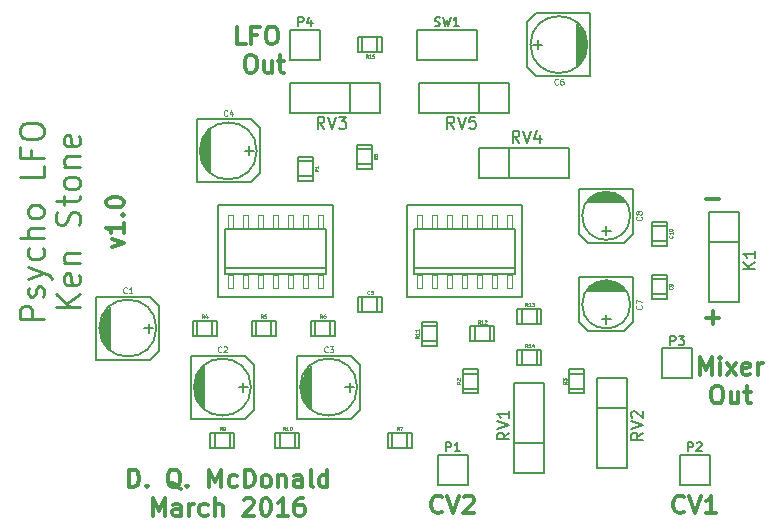
<source format=gto>
%FSLAX34Y34*%
G04 Gerber Fmt 3.4, Leading zero omitted, Abs format*
G04 (created by PCBNEW (2014-02-26 BZR 4721)-product) date Monday, 21 March 2016 14:49:11*
%MOIN*%
G01*
G70*
G90*
G04 APERTURE LIST*
%ADD10C,0.005906*%
%ADD11C,0.011811*%
%ADD12C,0.009843*%
%ADD13C,0.005000*%
%ADD14C,0.006000*%
%ADD15C,0.002600*%
%ADD16C,0.007800*%
%ADD17C,0.008000*%
%ADD18C,0.004700*%
%ADD19C,0.002400*%
G04 APERTURE END LIST*
G54D10*
G54D11*
X45542Y-39426D02*
X45936Y-39285D01*
X45542Y-39145D01*
X45936Y-38610D02*
X45936Y-38948D01*
X45936Y-38779D02*
X45345Y-38779D01*
X45430Y-38835D01*
X45486Y-38892D01*
X45514Y-38948D01*
X45880Y-38357D02*
X45908Y-38329D01*
X45936Y-38357D01*
X45908Y-38385D01*
X45880Y-38357D01*
X45936Y-38357D01*
X45345Y-37964D02*
X45345Y-37907D01*
X45374Y-37851D01*
X45402Y-37823D01*
X45458Y-37795D01*
X45570Y-37767D01*
X45711Y-37767D01*
X45823Y-37795D01*
X45880Y-37823D01*
X45908Y-37851D01*
X45936Y-37907D01*
X45936Y-37964D01*
X45908Y-38020D01*
X45880Y-38048D01*
X45823Y-38076D01*
X45711Y-38104D01*
X45570Y-38104D01*
X45458Y-38076D01*
X45402Y-38048D01*
X45374Y-38020D01*
X45345Y-37964D01*
X46105Y-47432D02*
X46105Y-46841D01*
X46245Y-46841D01*
X46330Y-46870D01*
X46386Y-46926D01*
X46414Y-46982D01*
X46442Y-47095D01*
X46442Y-47179D01*
X46414Y-47291D01*
X46386Y-47348D01*
X46330Y-47404D01*
X46245Y-47432D01*
X46105Y-47432D01*
X46695Y-47376D02*
X46723Y-47404D01*
X46695Y-47432D01*
X46667Y-47404D01*
X46695Y-47376D01*
X46695Y-47432D01*
X47820Y-47488D02*
X47764Y-47460D01*
X47708Y-47404D01*
X47623Y-47320D01*
X47567Y-47291D01*
X47511Y-47291D01*
X47539Y-47432D02*
X47483Y-47404D01*
X47426Y-47348D01*
X47398Y-47235D01*
X47398Y-47038D01*
X47426Y-46926D01*
X47483Y-46870D01*
X47539Y-46841D01*
X47651Y-46841D01*
X47708Y-46870D01*
X47764Y-46926D01*
X47792Y-47038D01*
X47792Y-47235D01*
X47764Y-47348D01*
X47708Y-47404D01*
X47651Y-47432D01*
X47539Y-47432D01*
X48045Y-47376D02*
X48073Y-47404D01*
X48045Y-47432D01*
X48017Y-47404D01*
X48045Y-47376D01*
X48045Y-47432D01*
X48776Y-47432D02*
X48776Y-46841D01*
X48973Y-47263D01*
X49170Y-46841D01*
X49170Y-47432D01*
X49704Y-47404D02*
X49648Y-47432D01*
X49535Y-47432D01*
X49479Y-47404D01*
X49451Y-47376D01*
X49423Y-47320D01*
X49423Y-47151D01*
X49451Y-47095D01*
X49479Y-47066D01*
X49535Y-47038D01*
X49648Y-47038D01*
X49704Y-47066D01*
X49957Y-47432D02*
X49957Y-46841D01*
X50098Y-46841D01*
X50182Y-46870D01*
X50239Y-46926D01*
X50267Y-46982D01*
X50295Y-47095D01*
X50295Y-47179D01*
X50267Y-47291D01*
X50239Y-47348D01*
X50182Y-47404D01*
X50098Y-47432D01*
X49957Y-47432D01*
X50632Y-47432D02*
X50576Y-47404D01*
X50548Y-47376D01*
X50520Y-47320D01*
X50520Y-47151D01*
X50548Y-47095D01*
X50576Y-47066D01*
X50632Y-47038D01*
X50717Y-47038D01*
X50773Y-47066D01*
X50801Y-47095D01*
X50829Y-47151D01*
X50829Y-47320D01*
X50801Y-47376D01*
X50773Y-47404D01*
X50717Y-47432D01*
X50632Y-47432D01*
X51082Y-47038D02*
X51082Y-47432D01*
X51082Y-47095D02*
X51110Y-47066D01*
X51167Y-47038D01*
X51251Y-47038D01*
X51307Y-47066D01*
X51335Y-47123D01*
X51335Y-47432D01*
X51870Y-47432D02*
X51870Y-47123D01*
X51841Y-47066D01*
X51785Y-47038D01*
X51673Y-47038D01*
X51616Y-47066D01*
X51870Y-47404D02*
X51813Y-47432D01*
X51673Y-47432D01*
X51616Y-47404D01*
X51588Y-47348D01*
X51588Y-47291D01*
X51616Y-47235D01*
X51673Y-47207D01*
X51813Y-47207D01*
X51870Y-47179D01*
X52235Y-47432D02*
X52179Y-47404D01*
X52151Y-47348D01*
X52151Y-46841D01*
X52713Y-47432D02*
X52713Y-46841D01*
X52713Y-47404D02*
X52657Y-47432D01*
X52544Y-47432D01*
X52488Y-47404D01*
X52460Y-47376D01*
X52432Y-47320D01*
X52432Y-47151D01*
X52460Y-47095D01*
X52488Y-47066D01*
X52544Y-47038D01*
X52657Y-47038D01*
X52713Y-47066D01*
X46892Y-48377D02*
X46892Y-47786D01*
X47089Y-48208D01*
X47286Y-47786D01*
X47286Y-48377D01*
X47820Y-48377D02*
X47820Y-48068D01*
X47792Y-48011D01*
X47736Y-47983D01*
X47623Y-47983D01*
X47567Y-48011D01*
X47820Y-48349D02*
X47764Y-48377D01*
X47623Y-48377D01*
X47567Y-48349D01*
X47539Y-48293D01*
X47539Y-48236D01*
X47567Y-48180D01*
X47623Y-48152D01*
X47764Y-48152D01*
X47820Y-48124D01*
X48101Y-48377D02*
X48101Y-47983D01*
X48101Y-48096D02*
X48129Y-48039D01*
X48158Y-48011D01*
X48214Y-47983D01*
X48270Y-47983D01*
X48720Y-48349D02*
X48664Y-48377D01*
X48551Y-48377D01*
X48495Y-48349D01*
X48467Y-48321D01*
X48439Y-48264D01*
X48439Y-48096D01*
X48467Y-48039D01*
X48495Y-48011D01*
X48551Y-47983D01*
X48664Y-47983D01*
X48720Y-48011D01*
X48973Y-48377D02*
X48973Y-47786D01*
X49226Y-48377D02*
X49226Y-48068D01*
X49198Y-48011D01*
X49142Y-47983D01*
X49057Y-47983D01*
X49001Y-48011D01*
X48973Y-48039D01*
X49929Y-47843D02*
X49957Y-47814D01*
X50014Y-47786D01*
X50154Y-47786D01*
X50210Y-47814D01*
X50239Y-47843D01*
X50267Y-47899D01*
X50267Y-47955D01*
X50239Y-48039D01*
X49901Y-48377D01*
X50267Y-48377D01*
X50632Y-47786D02*
X50688Y-47786D01*
X50745Y-47814D01*
X50773Y-47843D01*
X50801Y-47899D01*
X50829Y-48011D01*
X50829Y-48152D01*
X50801Y-48264D01*
X50773Y-48321D01*
X50745Y-48349D01*
X50688Y-48377D01*
X50632Y-48377D01*
X50576Y-48349D01*
X50548Y-48321D01*
X50520Y-48264D01*
X50492Y-48152D01*
X50492Y-48011D01*
X50520Y-47899D01*
X50548Y-47843D01*
X50576Y-47814D01*
X50632Y-47786D01*
X51392Y-48377D02*
X51054Y-48377D01*
X51223Y-48377D02*
X51223Y-47786D01*
X51167Y-47871D01*
X51110Y-47927D01*
X51054Y-47955D01*
X51898Y-47786D02*
X51785Y-47786D01*
X51729Y-47814D01*
X51701Y-47843D01*
X51645Y-47927D01*
X51616Y-48039D01*
X51616Y-48264D01*
X51645Y-48321D01*
X51673Y-48349D01*
X51729Y-48377D01*
X51841Y-48377D01*
X51898Y-48349D01*
X51926Y-48321D01*
X51954Y-48264D01*
X51954Y-48124D01*
X51926Y-48068D01*
X51898Y-48039D01*
X51841Y-48011D01*
X51729Y-48011D01*
X51673Y-48039D01*
X51645Y-48068D01*
X51616Y-48124D01*
G54D12*
X43259Y-41826D02*
X42472Y-41826D01*
X42472Y-41526D01*
X42509Y-41451D01*
X42547Y-41413D01*
X42622Y-41376D01*
X42734Y-41376D01*
X42809Y-41413D01*
X42847Y-41451D01*
X42884Y-41526D01*
X42884Y-41826D01*
X43222Y-41076D02*
X43259Y-41001D01*
X43259Y-40851D01*
X43222Y-40776D01*
X43147Y-40738D01*
X43109Y-40738D01*
X43034Y-40776D01*
X42997Y-40851D01*
X42997Y-40963D01*
X42959Y-41038D01*
X42884Y-41076D01*
X42847Y-41076D01*
X42772Y-41038D01*
X42734Y-40963D01*
X42734Y-40851D01*
X42772Y-40776D01*
X42734Y-40476D02*
X43259Y-40288D01*
X42734Y-40101D02*
X43259Y-40288D01*
X43447Y-40363D01*
X43484Y-40401D01*
X43522Y-40476D01*
X43222Y-39463D02*
X43259Y-39538D01*
X43259Y-39688D01*
X43222Y-39763D01*
X43184Y-39801D01*
X43109Y-39838D01*
X42884Y-39838D01*
X42809Y-39801D01*
X42772Y-39763D01*
X42734Y-39688D01*
X42734Y-39538D01*
X42772Y-39463D01*
X43259Y-39126D02*
X42472Y-39126D01*
X43259Y-38788D02*
X42847Y-38788D01*
X42772Y-38826D01*
X42734Y-38901D01*
X42734Y-39013D01*
X42772Y-39088D01*
X42809Y-39126D01*
X43259Y-38301D02*
X43222Y-38376D01*
X43184Y-38413D01*
X43109Y-38451D01*
X42884Y-38451D01*
X42809Y-38413D01*
X42772Y-38376D01*
X42734Y-38301D01*
X42734Y-38188D01*
X42772Y-38113D01*
X42809Y-38076D01*
X42884Y-38038D01*
X43109Y-38038D01*
X43184Y-38076D01*
X43222Y-38113D01*
X43259Y-38188D01*
X43259Y-38301D01*
X43259Y-36726D02*
X43259Y-37101D01*
X42472Y-37101D01*
X42847Y-36201D02*
X42847Y-36464D01*
X43259Y-36464D02*
X42472Y-36464D01*
X42472Y-36089D01*
X42472Y-35639D02*
X42472Y-35489D01*
X42509Y-35414D01*
X42584Y-35339D01*
X42734Y-35301D01*
X42997Y-35301D01*
X43147Y-35339D01*
X43222Y-35414D01*
X43259Y-35489D01*
X43259Y-35639D01*
X43222Y-35714D01*
X43147Y-35789D01*
X42997Y-35826D01*
X42734Y-35826D01*
X42584Y-35789D01*
X42509Y-35714D01*
X42472Y-35639D01*
X44460Y-41432D02*
X43673Y-41432D01*
X44460Y-40982D02*
X44010Y-41319D01*
X43673Y-40982D02*
X44123Y-41432D01*
X44423Y-40344D02*
X44460Y-40419D01*
X44460Y-40569D01*
X44423Y-40644D01*
X44348Y-40682D01*
X44048Y-40682D01*
X43973Y-40644D01*
X43935Y-40569D01*
X43935Y-40419D01*
X43973Y-40344D01*
X44048Y-40307D01*
X44123Y-40307D01*
X44198Y-40682D01*
X43935Y-39970D02*
X44460Y-39970D01*
X44010Y-39970D02*
X43973Y-39932D01*
X43935Y-39857D01*
X43935Y-39745D01*
X43973Y-39670D01*
X44048Y-39632D01*
X44460Y-39632D01*
X44423Y-38695D02*
X44460Y-38582D01*
X44460Y-38395D01*
X44423Y-38320D01*
X44385Y-38282D01*
X44310Y-38245D01*
X44235Y-38245D01*
X44160Y-38282D01*
X44123Y-38320D01*
X44085Y-38395D01*
X44048Y-38545D01*
X44010Y-38620D01*
X43973Y-38657D01*
X43898Y-38695D01*
X43823Y-38695D01*
X43748Y-38657D01*
X43710Y-38620D01*
X43673Y-38545D01*
X43673Y-38357D01*
X43710Y-38245D01*
X43935Y-38020D02*
X43935Y-37720D01*
X43673Y-37907D02*
X44348Y-37907D01*
X44423Y-37870D01*
X44460Y-37795D01*
X44460Y-37720D01*
X44460Y-37345D02*
X44423Y-37420D01*
X44385Y-37457D01*
X44310Y-37495D01*
X44085Y-37495D01*
X44010Y-37457D01*
X43973Y-37420D01*
X43935Y-37345D01*
X43935Y-37232D01*
X43973Y-37157D01*
X44010Y-37120D01*
X44085Y-37082D01*
X44310Y-37082D01*
X44385Y-37120D01*
X44423Y-37157D01*
X44460Y-37232D01*
X44460Y-37345D01*
X43935Y-36745D02*
X44460Y-36745D01*
X44010Y-36745D02*
X43973Y-36707D01*
X43935Y-36632D01*
X43935Y-36520D01*
X43973Y-36445D01*
X44048Y-36407D01*
X44460Y-36407D01*
X44423Y-35733D02*
X44460Y-35808D01*
X44460Y-35958D01*
X44423Y-36032D01*
X44348Y-36070D01*
X44048Y-36070D01*
X43973Y-36032D01*
X43935Y-35958D01*
X43935Y-35808D01*
X43973Y-35733D01*
X44048Y-35695D01*
X44123Y-35695D01*
X44198Y-36070D01*
G54D11*
X65326Y-37837D02*
X65776Y-37837D01*
X65326Y-41774D02*
X65776Y-41774D01*
X65551Y-41999D02*
X65551Y-41549D01*
X49985Y-32668D02*
X49704Y-32668D01*
X49704Y-32078D01*
X50379Y-32359D02*
X50182Y-32359D01*
X50182Y-32668D02*
X50182Y-32078D01*
X50464Y-32078D01*
X50801Y-32078D02*
X50913Y-32078D01*
X50970Y-32106D01*
X51026Y-32162D01*
X51054Y-32275D01*
X51054Y-32471D01*
X51026Y-32584D01*
X50970Y-32640D01*
X50913Y-32668D01*
X50801Y-32668D01*
X50745Y-32640D01*
X50688Y-32584D01*
X50660Y-32471D01*
X50660Y-32275D01*
X50688Y-32162D01*
X50745Y-32106D01*
X50801Y-32078D01*
X50098Y-33023D02*
X50210Y-33023D01*
X50267Y-33051D01*
X50323Y-33107D01*
X50351Y-33219D01*
X50351Y-33416D01*
X50323Y-33529D01*
X50267Y-33585D01*
X50210Y-33613D01*
X50098Y-33613D01*
X50042Y-33585D01*
X49985Y-33529D01*
X49957Y-33416D01*
X49957Y-33219D01*
X49985Y-33107D01*
X50042Y-33051D01*
X50098Y-33023D01*
X50857Y-33219D02*
X50857Y-33613D01*
X50604Y-33219D02*
X50604Y-33529D01*
X50632Y-33585D01*
X50688Y-33613D01*
X50773Y-33613D01*
X50829Y-33585D01*
X50857Y-33557D01*
X51054Y-33219D02*
X51279Y-33219D01*
X51138Y-33023D02*
X51138Y-33529D01*
X51167Y-33585D01*
X51223Y-33613D01*
X51279Y-33613D01*
X56538Y-48242D02*
X56510Y-48270D01*
X56425Y-48298D01*
X56369Y-48298D01*
X56285Y-48270D01*
X56228Y-48214D01*
X56200Y-48158D01*
X56172Y-48045D01*
X56172Y-47961D01*
X56200Y-47848D01*
X56228Y-47792D01*
X56285Y-47736D01*
X56369Y-47708D01*
X56425Y-47708D01*
X56510Y-47736D01*
X56538Y-47764D01*
X56706Y-47708D02*
X56903Y-48298D01*
X57100Y-47708D01*
X57269Y-47764D02*
X57297Y-47736D01*
X57353Y-47708D01*
X57494Y-47708D01*
X57550Y-47736D01*
X57578Y-47764D01*
X57606Y-47820D01*
X57606Y-47876D01*
X57578Y-47961D01*
X57241Y-48298D01*
X57606Y-48298D01*
X64609Y-48242D02*
X64580Y-48270D01*
X64496Y-48298D01*
X64440Y-48298D01*
X64356Y-48270D01*
X64299Y-48214D01*
X64271Y-48158D01*
X64243Y-48045D01*
X64243Y-47961D01*
X64271Y-47848D01*
X64299Y-47792D01*
X64356Y-47736D01*
X64440Y-47708D01*
X64496Y-47708D01*
X64580Y-47736D01*
X64609Y-47764D01*
X64777Y-47708D02*
X64974Y-48298D01*
X65171Y-47708D01*
X65677Y-48298D02*
X65340Y-48298D01*
X65508Y-48298D02*
X65508Y-47708D01*
X65452Y-47792D01*
X65396Y-47848D01*
X65340Y-47876D01*
X65129Y-43692D02*
X65129Y-43101D01*
X65326Y-43523D01*
X65523Y-43101D01*
X65523Y-43692D01*
X65804Y-43692D02*
X65804Y-43298D01*
X65804Y-43101D02*
X65776Y-43129D01*
X65804Y-43158D01*
X65832Y-43129D01*
X65804Y-43101D01*
X65804Y-43158D01*
X66029Y-43692D02*
X66338Y-43298D01*
X66029Y-43298D02*
X66338Y-43692D01*
X66788Y-43664D02*
X66732Y-43692D01*
X66619Y-43692D01*
X66563Y-43664D01*
X66535Y-43607D01*
X66535Y-43383D01*
X66563Y-43326D01*
X66619Y-43298D01*
X66732Y-43298D01*
X66788Y-43326D01*
X66816Y-43383D01*
X66816Y-43439D01*
X66535Y-43495D01*
X67069Y-43692D02*
X67069Y-43298D01*
X67069Y-43411D02*
X67097Y-43354D01*
X67125Y-43326D01*
X67182Y-43298D01*
X67238Y-43298D01*
X65649Y-44046D02*
X65762Y-44046D01*
X65818Y-44074D01*
X65874Y-44131D01*
X65902Y-44243D01*
X65902Y-44440D01*
X65874Y-44552D01*
X65818Y-44609D01*
X65762Y-44637D01*
X65649Y-44637D01*
X65593Y-44609D01*
X65537Y-44552D01*
X65508Y-44440D01*
X65508Y-44243D01*
X65537Y-44131D01*
X65593Y-44074D01*
X65649Y-44046D01*
X66408Y-44243D02*
X66408Y-44637D01*
X66155Y-44243D02*
X66155Y-44552D01*
X66183Y-44609D01*
X66240Y-44637D01*
X66324Y-44637D01*
X66380Y-44609D01*
X66408Y-44580D01*
X66605Y-44243D02*
X66830Y-44243D01*
X66690Y-44046D02*
X66690Y-44552D01*
X66718Y-44609D01*
X66774Y-44637D01*
X66830Y-44637D01*
G54D13*
X45162Y-41875D02*
X45162Y-42425D01*
X45212Y-41775D02*
X45212Y-42475D01*
X45262Y-41625D02*
X45262Y-42625D01*
X45312Y-42675D02*
X45312Y-41575D01*
X45362Y-41525D02*
X45362Y-42725D01*
X45412Y-42775D02*
X45412Y-41475D01*
X45462Y-41425D02*
X45462Y-42825D01*
X47012Y-42125D02*
G75*
G03X47012Y-42125I-950J0D01*
G74*
G01*
X45012Y-41075D02*
X46812Y-41075D01*
X46812Y-41075D02*
X47112Y-41375D01*
X47112Y-41375D02*
X47112Y-42875D01*
X47112Y-42875D02*
X46812Y-43175D01*
X46812Y-43175D02*
X45012Y-43175D01*
X45012Y-43175D02*
X45012Y-41075D01*
X46912Y-42125D02*
X46612Y-42125D01*
X46762Y-41975D02*
X46762Y-42275D01*
X48312Y-43844D02*
X48312Y-44394D01*
X48362Y-43744D02*
X48362Y-44444D01*
X48412Y-43594D02*
X48412Y-44594D01*
X48462Y-44644D02*
X48462Y-43544D01*
X48512Y-43494D02*
X48512Y-44694D01*
X48562Y-44744D02*
X48562Y-43444D01*
X48612Y-43394D02*
X48612Y-44794D01*
X50162Y-44094D02*
G75*
G03X50162Y-44094I-950J0D01*
G74*
G01*
X48162Y-43044D02*
X49962Y-43044D01*
X49962Y-43044D02*
X50262Y-43344D01*
X50262Y-43344D02*
X50262Y-44844D01*
X50262Y-44844D02*
X49962Y-45144D01*
X49962Y-45144D02*
X48162Y-45144D01*
X48162Y-45144D02*
X48162Y-43044D01*
X50062Y-44094D02*
X49762Y-44094D01*
X49912Y-43944D02*
X49912Y-44244D01*
X51855Y-43844D02*
X51855Y-44394D01*
X51905Y-43744D02*
X51905Y-44444D01*
X51955Y-43594D02*
X51955Y-44594D01*
X52005Y-44644D02*
X52005Y-43544D01*
X52055Y-43494D02*
X52055Y-44694D01*
X52105Y-44744D02*
X52105Y-43444D01*
X52155Y-43394D02*
X52155Y-44794D01*
X53705Y-44094D02*
G75*
G03X53705Y-44094I-950J0D01*
G74*
G01*
X51705Y-43044D02*
X53505Y-43044D01*
X53505Y-43044D02*
X53805Y-43344D01*
X53805Y-43344D02*
X53805Y-44844D01*
X53805Y-44844D02*
X53505Y-45144D01*
X53505Y-45144D02*
X51705Y-45144D01*
X51705Y-45144D02*
X51705Y-43044D01*
X53605Y-44094D02*
X53305Y-44094D01*
X53455Y-43944D02*
X53455Y-44244D01*
X48509Y-35970D02*
X48509Y-36520D01*
X48559Y-35870D02*
X48559Y-36570D01*
X48609Y-35720D02*
X48609Y-36720D01*
X48659Y-36770D02*
X48659Y-35670D01*
X48709Y-35620D02*
X48709Y-36820D01*
X48759Y-36870D02*
X48759Y-35570D01*
X48809Y-35520D02*
X48809Y-36920D01*
X50359Y-36220D02*
G75*
G03X50359Y-36220I-950J0D01*
G74*
G01*
X48359Y-35170D02*
X50159Y-35170D01*
X50159Y-35170D02*
X50459Y-35470D01*
X50459Y-35470D02*
X50459Y-36970D01*
X50459Y-36970D02*
X50159Y-37270D01*
X50159Y-37270D02*
X48359Y-37270D01*
X48359Y-37270D02*
X48359Y-35170D01*
X50259Y-36220D02*
X49959Y-36220D01*
X50109Y-36070D02*
X50109Y-36370D01*
X54383Y-41088D02*
X54383Y-41588D01*
X53883Y-41088D02*
X53883Y-41578D01*
X53733Y-41088D02*
X54533Y-41088D01*
X54533Y-41088D02*
X54533Y-41588D01*
X54533Y-41588D02*
X53733Y-41588D01*
X53733Y-41588D02*
X53733Y-41088D01*
X61333Y-32927D02*
X61333Y-32377D01*
X61283Y-33027D02*
X61283Y-32327D01*
X61233Y-33177D02*
X61233Y-32177D01*
X61183Y-32127D02*
X61183Y-33227D01*
X61133Y-33277D02*
X61133Y-32077D01*
X61083Y-32027D02*
X61083Y-33327D01*
X61033Y-33377D02*
X61033Y-31977D01*
X61383Y-32677D02*
G75*
G03X61383Y-32677I-950J0D01*
G74*
G01*
X61483Y-33727D02*
X59683Y-33727D01*
X59683Y-33727D02*
X59383Y-33427D01*
X59383Y-33427D02*
X59383Y-31927D01*
X59383Y-31927D02*
X59683Y-31627D01*
X59683Y-31627D02*
X61483Y-31627D01*
X61483Y-31627D02*
X61483Y-33727D01*
X59583Y-32677D02*
X59883Y-32677D01*
X59733Y-32827D02*
X59733Y-32527D01*
X62007Y-41988D02*
X62007Y-41688D01*
X62157Y-41838D02*
X61857Y-41838D01*
X61107Y-41938D02*
X61107Y-40438D01*
X62607Y-42238D02*
X61407Y-42238D01*
X61107Y-41938D02*
X61407Y-42238D01*
X62907Y-41938D02*
X62907Y-40438D01*
X62907Y-41938D02*
X62607Y-42238D01*
X61957Y-40538D02*
X62057Y-40538D01*
X62257Y-40588D02*
X61757Y-40588D01*
X61657Y-40638D02*
X62357Y-40638D01*
X61557Y-40688D02*
X62457Y-40688D01*
X62507Y-40738D02*
X61507Y-40738D01*
X61457Y-40788D02*
X62557Y-40788D01*
X62607Y-40838D02*
X61407Y-40838D01*
X62657Y-40888D02*
X61357Y-40888D01*
X62807Y-41338D02*
G75*
G03X62807Y-41338I-800J0D01*
G74*
G01*
X62907Y-40438D02*
X61107Y-40438D01*
X62007Y-39035D02*
X62007Y-38735D01*
X62157Y-38885D02*
X61857Y-38885D01*
X61107Y-38985D02*
X61107Y-37485D01*
X62607Y-39285D02*
X61407Y-39285D01*
X61107Y-38985D02*
X61407Y-39285D01*
X62907Y-38985D02*
X62907Y-37485D01*
X62907Y-38985D02*
X62607Y-39285D01*
X61957Y-37585D02*
X62057Y-37585D01*
X62257Y-37635D02*
X61757Y-37635D01*
X61657Y-37685D02*
X62357Y-37685D01*
X61557Y-37735D02*
X62457Y-37735D01*
X62507Y-37785D02*
X61507Y-37785D01*
X61457Y-37835D02*
X62557Y-37835D01*
X62607Y-37885D02*
X61407Y-37885D01*
X62657Y-37935D02*
X61357Y-37935D01*
X62807Y-38385D02*
G75*
G03X62807Y-38385I-800J0D01*
G74*
G01*
X62907Y-37485D02*
X61107Y-37485D01*
X64029Y-40998D02*
X63529Y-40998D01*
X64029Y-40498D02*
X63539Y-40498D01*
X64029Y-40348D02*
X64029Y-41148D01*
X64029Y-41148D02*
X63529Y-41148D01*
X63529Y-41148D02*
X63529Y-40348D01*
X63529Y-40348D02*
X64029Y-40348D01*
X64029Y-39226D02*
X63529Y-39226D01*
X64029Y-38726D02*
X63539Y-38726D01*
X64029Y-38576D02*
X64029Y-39376D01*
X64029Y-39376D02*
X63529Y-39376D01*
X63529Y-39376D02*
X63529Y-38576D01*
X63529Y-38576D02*
X64029Y-38576D01*
G54D14*
X65444Y-38263D02*
X66444Y-38263D01*
X66444Y-38263D02*
X66444Y-41263D01*
X66444Y-41263D02*
X65444Y-41263D01*
X65444Y-41263D02*
X65444Y-38263D01*
X66444Y-39263D02*
X65444Y-39263D01*
X57389Y-47350D02*
X56389Y-47350D01*
X56389Y-46350D02*
X57389Y-46350D01*
X56389Y-47350D02*
X56389Y-46350D01*
X57389Y-46350D02*
X57389Y-47350D01*
X65460Y-47350D02*
X64460Y-47350D01*
X64460Y-46350D02*
X65460Y-46350D01*
X64460Y-47350D02*
X64460Y-46350D01*
X65460Y-46350D02*
X65460Y-47350D01*
X64870Y-43807D02*
X63870Y-43807D01*
X63870Y-42807D02*
X64870Y-42807D01*
X63870Y-43807D02*
X63870Y-42807D01*
X64870Y-42807D02*
X64870Y-43807D01*
X52468Y-33177D02*
X51468Y-33177D01*
X51468Y-32177D02*
X52468Y-32177D01*
X51468Y-33177D02*
X51468Y-32177D01*
X52468Y-32177D02*
X52468Y-33177D01*
G54D13*
X52218Y-37061D02*
X51718Y-37061D01*
X52218Y-36561D02*
X51728Y-36561D01*
X52218Y-36411D02*
X52218Y-37211D01*
X52218Y-37211D02*
X51718Y-37211D01*
X51718Y-37211D02*
X51718Y-36411D01*
X51718Y-36411D02*
X52218Y-36411D01*
X57230Y-43647D02*
X57730Y-43647D01*
X57230Y-44147D02*
X57720Y-44147D01*
X57230Y-44297D02*
X57230Y-43497D01*
X57230Y-43497D02*
X57730Y-43497D01*
X57730Y-43497D02*
X57730Y-44297D01*
X57730Y-44297D02*
X57230Y-44297D01*
X60773Y-43647D02*
X61273Y-43647D01*
X60773Y-44147D02*
X61263Y-44147D01*
X60773Y-44297D02*
X60773Y-43497D01*
X60773Y-43497D02*
X61273Y-43497D01*
X61273Y-43497D02*
X61273Y-44297D01*
X61273Y-44297D02*
X60773Y-44297D01*
X48872Y-41875D02*
X48872Y-42375D01*
X48372Y-41875D02*
X48372Y-42365D01*
X48222Y-41875D02*
X49022Y-41875D01*
X49022Y-41875D02*
X49022Y-42375D01*
X49022Y-42375D02*
X48222Y-42375D01*
X48222Y-42375D02*
X48222Y-41875D01*
X50840Y-41875D02*
X50840Y-42375D01*
X50340Y-41875D02*
X50340Y-42365D01*
X50190Y-41875D02*
X50990Y-41875D01*
X50990Y-41875D02*
X50990Y-42375D01*
X50990Y-42375D02*
X50190Y-42375D01*
X50190Y-42375D02*
X50190Y-41875D01*
X52809Y-41875D02*
X52809Y-42375D01*
X52309Y-41875D02*
X52309Y-42365D01*
X52159Y-41875D02*
X52959Y-41875D01*
X52959Y-41875D02*
X52959Y-42375D01*
X52959Y-42375D02*
X52159Y-42375D01*
X52159Y-42375D02*
X52159Y-41875D01*
X55368Y-45616D02*
X55368Y-46116D01*
X54868Y-45616D02*
X54868Y-46106D01*
X54718Y-45616D02*
X55518Y-45616D01*
X55518Y-45616D02*
X55518Y-46116D01*
X55518Y-46116D02*
X54718Y-46116D01*
X54718Y-46116D02*
X54718Y-45616D01*
X54187Y-36667D02*
X53687Y-36667D01*
X54187Y-36167D02*
X53697Y-36167D01*
X54187Y-36017D02*
X54187Y-36817D01*
X54187Y-36817D02*
X53687Y-36817D01*
X53687Y-36817D02*
X53687Y-36017D01*
X53687Y-36017D02*
X54187Y-36017D01*
X49462Y-45616D02*
X49462Y-46116D01*
X48962Y-45616D02*
X48962Y-46106D01*
X48812Y-45616D02*
X49612Y-45616D01*
X49612Y-45616D02*
X49612Y-46116D01*
X49612Y-46116D02*
X48812Y-46116D01*
X48812Y-46116D02*
X48812Y-45616D01*
X51627Y-45616D02*
X51627Y-46116D01*
X51127Y-45616D02*
X51127Y-46106D01*
X50977Y-45616D02*
X51777Y-45616D01*
X51777Y-45616D02*
X51777Y-46116D01*
X51777Y-46116D02*
X50977Y-46116D01*
X50977Y-46116D02*
X50977Y-45616D01*
X55852Y-42072D02*
X56352Y-42072D01*
X55852Y-42572D02*
X56342Y-42572D01*
X55852Y-42722D02*
X55852Y-41922D01*
X55852Y-41922D02*
X56352Y-41922D01*
X56352Y-41922D02*
X56352Y-42722D01*
X56352Y-42722D02*
X55852Y-42722D01*
X58124Y-42072D02*
X58124Y-42572D01*
X57624Y-42072D02*
X57624Y-42562D01*
X57474Y-42072D02*
X58274Y-42072D01*
X58274Y-42072D02*
X58274Y-42572D01*
X58274Y-42572D02*
X57474Y-42572D01*
X57474Y-42572D02*
X57474Y-42072D01*
X59698Y-41482D02*
X59698Y-41982D01*
X59198Y-41482D02*
X59198Y-41972D01*
X59048Y-41482D02*
X59848Y-41482D01*
X59848Y-41482D02*
X59848Y-41982D01*
X59848Y-41982D02*
X59048Y-41982D01*
X59048Y-41982D02*
X59048Y-41482D01*
X59698Y-42860D02*
X59698Y-43360D01*
X59198Y-42860D02*
X59198Y-43350D01*
X59048Y-42860D02*
X59848Y-42860D01*
X59848Y-42860D02*
X59848Y-43360D01*
X59848Y-43360D02*
X59048Y-43360D01*
X59048Y-43360D02*
X59048Y-42860D01*
X53883Y-32927D02*
X53883Y-32427D01*
X54383Y-32927D02*
X54383Y-32437D01*
X54533Y-32927D02*
X53733Y-32927D01*
X53733Y-32927D02*
X53733Y-32427D01*
X53733Y-32427D02*
X54533Y-32427D01*
X54533Y-32427D02*
X54533Y-32927D01*
G54D14*
X59948Y-46972D02*
X58948Y-46972D01*
X58948Y-46972D02*
X58948Y-43972D01*
X58948Y-43972D02*
X59948Y-43972D01*
X59948Y-43972D02*
X59948Y-46972D01*
X58948Y-45972D02*
X59948Y-45972D01*
X61704Y-43775D02*
X62704Y-43775D01*
X62704Y-43775D02*
X62704Y-46775D01*
X62704Y-46775D02*
X61704Y-46775D01*
X61704Y-46775D02*
X61704Y-43775D01*
X62704Y-44775D02*
X61704Y-44775D01*
X54452Y-33948D02*
X54452Y-34948D01*
X54452Y-34948D02*
X51452Y-34948D01*
X51452Y-34948D02*
X51452Y-33948D01*
X51452Y-33948D02*
X54452Y-33948D01*
X53452Y-34948D02*
X53452Y-33948D01*
X57751Y-37114D02*
X57751Y-36114D01*
X57751Y-36114D02*
X60751Y-36114D01*
X60751Y-36114D02*
X60751Y-37114D01*
X60751Y-37114D02*
X57751Y-37114D01*
X58751Y-36114D02*
X58751Y-37114D01*
X58783Y-33948D02*
X58783Y-34948D01*
X58783Y-34948D02*
X55783Y-34948D01*
X55783Y-34948D02*
X55783Y-33948D01*
X55783Y-33948D02*
X58783Y-33948D01*
X57783Y-34948D02*
X57783Y-33948D01*
X55692Y-33177D02*
X55692Y-32177D01*
X55692Y-32177D02*
X57692Y-32177D01*
X57692Y-32177D02*
X57692Y-33177D01*
X57692Y-33177D02*
X55692Y-33177D01*
G54D15*
X49388Y-40786D02*
X49581Y-40786D01*
X49581Y-40786D02*
X49581Y-40353D01*
X49388Y-40353D02*
X49581Y-40353D01*
X49388Y-40786D02*
X49388Y-40353D01*
X49888Y-40786D02*
X50081Y-40786D01*
X50081Y-40786D02*
X50081Y-40353D01*
X49888Y-40353D02*
X50081Y-40353D01*
X49888Y-40786D02*
X49888Y-40353D01*
X50388Y-40786D02*
X50581Y-40786D01*
X50581Y-40786D02*
X50581Y-40353D01*
X50388Y-40353D02*
X50581Y-40353D01*
X50388Y-40786D02*
X50388Y-40353D01*
X50888Y-40786D02*
X51080Y-40786D01*
X51080Y-40786D02*
X51080Y-40353D01*
X50888Y-40353D02*
X51080Y-40353D01*
X50888Y-40786D02*
X50888Y-40353D01*
X50888Y-38779D02*
X51080Y-38779D01*
X51080Y-38779D02*
X51080Y-38346D01*
X50888Y-38346D02*
X51080Y-38346D01*
X50888Y-38779D02*
X50888Y-38346D01*
X50388Y-38779D02*
X50581Y-38779D01*
X50581Y-38779D02*
X50581Y-38346D01*
X50388Y-38346D02*
X50581Y-38346D01*
X50388Y-38779D02*
X50388Y-38346D01*
X49888Y-38779D02*
X50081Y-38779D01*
X50081Y-38779D02*
X50081Y-38346D01*
X49888Y-38346D02*
X50081Y-38346D01*
X49888Y-38779D02*
X49888Y-38346D01*
X49388Y-38779D02*
X49581Y-38779D01*
X49581Y-38779D02*
X49581Y-38346D01*
X49388Y-38346D02*
X49581Y-38346D01*
X49388Y-38779D02*
X49388Y-38346D01*
X51387Y-40786D02*
X51580Y-40786D01*
X51580Y-40786D02*
X51580Y-40353D01*
X51387Y-40353D02*
X51580Y-40353D01*
X51387Y-40786D02*
X51387Y-40353D01*
X51887Y-40786D02*
X52080Y-40786D01*
X52080Y-40786D02*
X52080Y-40353D01*
X51887Y-40353D02*
X52080Y-40353D01*
X51887Y-40786D02*
X51887Y-40353D01*
X52387Y-40786D02*
X52580Y-40786D01*
X52580Y-40786D02*
X52580Y-40353D01*
X52387Y-40353D02*
X52580Y-40353D01*
X52387Y-40786D02*
X52387Y-40353D01*
X52387Y-38779D02*
X52580Y-38779D01*
X52580Y-38779D02*
X52580Y-38346D01*
X52387Y-38346D02*
X52580Y-38346D01*
X52387Y-38779D02*
X52387Y-38346D01*
X51887Y-38779D02*
X52080Y-38779D01*
X52080Y-38779D02*
X52080Y-38346D01*
X51887Y-38346D02*
X52080Y-38346D01*
X51887Y-38779D02*
X51887Y-38346D01*
X51387Y-38779D02*
X51580Y-38779D01*
X51580Y-38779D02*
X51580Y-38346D01*
X51387Y-38346D02*
X51580Y-38346D01*
X51387Y-38779D02*
X51387Y-38346D01*
G54D16*
X49057Y-38031D02*
X52911Y-38031D01*
X52911Y-41101D02*
X49057Y-41101D01*
X49057Y-41101D02*
X49057Y-38031D01*
G54D17*
X52678Y-40314D02*
X49290Y-40314D01*
X49290Y-40314D02*
X49290Y-40117D01*
X49290Y-40117D02*
X49290Y-38818D01*
X52678Y-40117D02*
X49290Y-40117D01*
X52678Y-38818D02*
X52678Y-40117D01*
X52678Y-40117D02*
X52678Y-40314D01*
G54D16*
X52911Y-38031D02*
X52911Y-41101D01*
G54D17*
X49290Y-38818D02*
X52678Y-38818D01*
G54D15*
X55687Y-40786D02*
X55880Y-40786D01*
X55880Y-40786D02*
X55880Y-40353D01*
X55687Y-40353D02*
X55880Y-40353D01*
X55687Y-40786D02*
X55687Y-40353D01*
X56187Y-40786D02*
X56380Y-40786D01*
X56380Y-40786D02*
X56380Y-40353D01*
X56187Y-40353D02*
X56380Y-40353D01*
X56187Y-40786D02*
X56187Y-40353D01*
X56687Y-40786D02*
X56880Y-40786D01*
X56880Y-40786D02*
X56880Y-40353D01*
X56687Y-40353D02*
X56880Y-40353D01*
X56687Y-40786D02*
X56687Y-40353D01*
X57187Y-40786D02*
X57379Y-40786D01*
X57379Y-40786D02*
X57379Y-40353D01*
X57187Y-40353D02*
X57379Y-40353D01*
X57187Y-40786D02*
X57187Y-40353D01*
X57187Y-38779D02*
X57379Y-38779D01*
X57379Y-38779D02*
X57379Y-38346D01*
X57187Y-38346D02*
X57379Y-38346D01*
X57187Y-38779D02*
X57187Y-38346D01*
X56687Y-38779D02*
X56880Y-38779D01*
X56880Y-38779D02*
X56880Y-38346D01*
X56687Y-38346D02*
X56880Y-38346D01*
X56687Y-38779D02*
X56687Y-38346D01*
X56187Y-38779D02*
X56380Y-38779D01*
X56380Y-38779D02*
X56380Y-38346D01*
X56187Y-38346D02*
X56380Y-38346D01*
X56187Y-38779D02*
X56187Y-38346D01*
X55687Y-38779D02*
X55880Y-38779D01*
X55880Y-38779D02*
X55880Y-38346D01*
X55687Y-38346D02*
X55880Y-38346D01*
X55687Y-38779D02*
X55687Y-38346D01*
X57686Y-40786D02*
X57879Y-40786D01*
X57879Y-40786D02*
X57879Y-40353D01*
X57686Y-40353D02*
X57879Y-40353D01*
X57686Y-40786D02*
X57686Y-40353D01*
X58186Y-40786D02*
X58379Y-40786D01*
X58379Y-40786D02*
X58379Y-40353D01*
X58186Y-40353D02*
X58379Y-40353D01*
X58186Y-40786D02*
X58186Y-40353D01*
X58686Y-40786D02*
X58879Y-40786D01*
X58879Y-40786D02*
X58879Y-40353D01*
X58686Y-40353D02*
X58879Y-40353D01*
X58686Y-40786D02*
X58686Y-40353D01*
X58686Y-38779D02*
X58879Y-38779D01*
X58879Y-38779D02*
X58879Y-38346D01*
X58686Y-38346D02*
X58879Y-38346D01*
X58686Y-38779D02*
X58686Y-38346D01*
X58186Y-38779D02*
X58379Y-38779D01*
X58379Y-38779D02*
X58379Y-38346D01*
X58186Y-38346D02*
X58379Y-38346D01*
X58186Y-38779D02*
X58186Y-38346D01*
X57686Y-38779D02*
X57879Y-38779D01*
X57879Y-38779D02*
X57879Y-38346D01*
X57686Y-38346D02*
X57879Y-38346D01*
X57686Y-38779D02*
X57686Y-38346D01*
G54D16*
X55356Y-38031D02*
X59210Y-38031D01*
X59210Y-41101D02*
X55356Y-41101D01*
X55356Y-41101D02*
X55356Y-38031D01*
G54D17*
X58977Y-40314D02*
X55589Y-40314D01*
X55589Y-40314D02*
X55589Y-40117D01*
X55589Y-40117D02*
X55589Y-38818D01*
X58977Y-40117D02*
X55589Y-40117D01*
X58977Y-38818D02*
X58977Y-40117D01*
X58977Y-40117D02*
X58977Y-40314D01*
G54D16*
X59210Y-38031D02*
X59210Y-41101D01*
G54D17*
X55589Y-38818D02*
X58977Y-38818D01*
G54D18*
X46030Y-40946D02*
X46020Y-40955D01*
X45992Y-40965D01*
X45973Y-40965D01*
X45945Y-40955D01*
X45926Y-40936D01*
X45917Y-40918D01*
X45908Y-40880D01*
X45908Y-40852D01*
X45917Y-40815D01*
X45926Y-40796D01*
X45945Y-40777D01*
X45973Y-40768D01*
X45992Y-40768D01*
X46020Y-40777D01*
X46030Y-40786D01*
X46217Y-40965D02*
X46105Y-40965D01*
X46161Y-40965D02*
X46161Y-40768D01*
X46142Y-40796D01*
X46123Y-40815D01*
X46105Y-40824D01*
X49179Y-42914D02*
X49170Y-42924D01*
X49142Y-42933D01*
X49123Y-42933D01*
X49095Y-42924D01*
X49076Y-42905D01*
X49067Y-42886D01*
X49057Y-42849D01*
X49057Y-42821D01*
X49067Y-42783D01*
X49076Y-42764D01*
X49095Y-42745D01*
X49123Y-42736D01*
X49142Y-42736D01*
X49170Y-42745D01*
X49179Y-42755D01*
X49254Y-42755D02*
X49264Y-42745D01*
X49282Y-42736D01*
X49329Y-42736D01*
X49348Y-42745D01*
X49358Y-42755D01*
X49367Y-42774D01*
X49367Y-42792D01*
X49358Y-42821D01*
X49245Y-42933D01*
X49367Y-42933D01*
X52723Y-42914D02*
X52713Y-42924D01*
X52685Y-42933D01*
X52666Y-42933D01*
X52638Y-42924D01*
X52619Y-42905D01*
X52610Y-42886D01*
X52601Y-42849D01*
X52601Y-42821D01*
X52610Y-42783D01*
X52619Y-42764D01*
X52638Y-42745D01*
X52666Y-42736D01*
X52685Y-42736D01*
X52713Y-42745D01*
X52723Y-42755D01*
X52788Y-42736D02*
X52910Y-42736D01*
X52845Y-42811D01*
X52873Y-42811D01*
X52891Y-42821D01*
X52901Y-42830D01*
X52910Y-42849D01*
X52910Y-42896D01*
X52901Y-42914D01*
X52891Y-42924D01*
X52873Y-42933D01*
X52816Y-42933D01*
X52798Y-42924D01*
X52788Y-42914D01*
X49376Y-35040D02*
X49367Y-35050D01*
X49339Y-35059D01*
X49320Y-35059D01*
X49292Y-35050D01*
X49273Y-35031D01*
X49264Y-35012D01*
X49254Y-34975D01*
X49254Y-34947D01*
X49264Y-34909D01*
X49273Y-34890D01*
X49292Y-34871D01*
X49320Y-34862D01*
X49339Y-34862D01*
X49367Y-34871D01*
X49376Y-34881D01*
X49545Y-34928D02*
X49545Y-35059D01*
X49498Y-34853D02*
X49451Y-34993D01*
X49573Y-34993D01*
G54D19*
X54114Y-40990D02*
X54108Y-40996D01*
X54091Y-41001D01*
X54080Y-41001D01*
X54063Y-40996D01*
X54052Y-40985D01*
X54046Y-40973D01*
X54041Y-40951D01*
X54041Y-40934D01*
X54046Y-40912D01*
X54052Y-40900D01*
X54063Y-40889D01*
X54080Y-40883D01*
X54091Y-40883D01*
X54108Y-40889D01*
X54114Y-40895D01*
X54220Y-40883D02*
X54164Y-40883D01*
X54159Y-40940D01*
X54164Y-40934D01*
X54176Y-40928D01*
X54204Y-40928D01*
X54215Y-40934D01*
X54220Y-40940D01*
X54226Y-40951D01*
X54226Y-40979D01*
X54220Y-40990D01*
X54215Y-40996D01*
X54204Y-41001D01*
X54176Y-41001D01*
X54164Y-40996D01*
X54159Y-40990D01*
G54D18*
X60400Y-33997D02*
X60390Y-34006D01*
X60362Y-34016D01*
X60343Y-34016D01*
X60315Y-34006D01*
X60297Y-33988D01*
X60287Y-33969D01*
X60278Y-33931D01*
X60278Y-33903D01*
X60287Y-33866D01*
X60297Y-33847D01*
X60315Y-33828D01*
X60343Y-33819D01*
X60362Y-33819D01*
X60390Y-33828D01*
X60400Y-33838D01*
X60569Y-33819D02*
X60531Y-33819D01*
X60512Y-33828D01*
X60503Y-33838D01*
X60484Y-33866D01*
X60475Y-33903D01*
X60475Y-33978D01*
X60484Y-33997D01*
X60494Y-34006D01*
X60512Y-34016D01*
X60550Y-34016D01*
X60569Y-34006D01*
X60578Y-33997D01*
X60587Y-33978D01*
X60587Y-33931D01*
X60578Y-33913D01*
X60569Y-33903D01*
X60550Y-33894D01*
X60512Y-33894D01*
X60494Y-33903D01*
X60484Y-33913D01*
X60475Y-33931D01*
X63178Y-41371D02*
X63187Y-41380D01*
X63196Y-41408D01*
X63196Y-41427D01*
X63187Y-41455D01*
X63168Y-41474D01*
X63150Y-41483D01*
X63112Y-41493D01*
X63084Y-41493D01*
X63046Y-41483D01*
X63028Y-41474D01*
X63009Y-41455D01*
X62999Y-41427D01*
X62999Y-41408D01*
X63009Y-41380D01*
X63018Y-41371D01*
X62999Y-41305D02*
X62999Y-41174D01*
X63196Y-41258D01*
X63178Y-38418D02*
X63187Y-38428D01*
X63196Y-38456D01*
X63196Y-38474D01*
X63187Y-38503D01*
X63168Y-38521D01*
X63150Y-38531D01*
X63112Y-38540D01*
X63084Y-38540D01*
X63046Y-38531D01*
X63028Y-38521D01*
X63009Y-38503D01*
X62999Y-38474D01*
X62999Y-38456D01*
X63009Y-38428D01*
X63018Y-38418D01*
X63084Y-38306D02*
X63075Y-38324D01*
X63065Y-38334D01*
X63046Y-38343D01*
X63037Y-38343D01*
X63018Y-38334D01*
X63009Y-38324D01*
X62999Y-38306D01*
X62999Y-38268D01*
X63009Y-38249D01*
X63018Y-38240D01*
X63037Y-38231D01*
X63046Y-38231D01*
X63065Y-38240D01*
X63075Y-38249D01*
X63084Y-38268D01*
X63084Y-38306D01*
X63093Y-38324D01*
X63103Y-38334D01*
X63121Y-38343D01*
X63159Y-38343D01*
X63178Y-38334D01*
X63187Y-38324D01*
X63196Y-38306D01*
X63196Y-38268D01*
X63187Y-38249D01*
X63178Y-38240D01*
X63159Y-38231D01*
X63121Y-38231D01*
X63103Y-38240D01*
X63093Y-38249D01*
X63084Y-38268D01*
G54D19*
X64211Y-40767D02*
X64217Y-40773D01*
X64222Y-40790D01*
X64222Y-40801D01*
X64217Y-40818D01*
X64206Y-40829D01*
X64194Y-40835D01*
X64172Y-40840D01*
X64155Y-40840D01*
X64133Y-40835D01*
X64121Y-40829D01*
X64110Y-40818D01*
X64104Y-40801D01*
X64104Y-40790D01*
X64110Y-40773D01*
X64116Y-40767D01*
X64222Y-40711D02*
X64222Y-40689D01*
X64217Y-40677D01*
X64211Y-40672D01*
X64194Y-40660D01*
X64172Y-40655D01*
X64127Y-40655D01*
X64116Y-40660D01*
X64110Y-40666D01*
X64104Y-40677D01*
X64104Y-40700D01*
X64110Y-40711D01*
X64116Y-40717D01*
X64127Y-40722D01*
X64155Y-40722D01*
X64166Y-40717D01*
X64172Y-40711D01*
X64177Y-40700D01*
X64177Y-40677D01*
X64172Y-40666D01*
X64166Y-40660D01*
X64155Y-40655D01*
X64211Y-39052D02*
X64217Y-39057D01*
X64222Y-39074D01*
X64222Y-39085D01*
X64217Y-39102D01*
X64206Y-39114D01*
X64194Y-39119D01*
X64172Y-39125D01*
X64155Y-39125D01*
X64133Y-39119D01*
X64121Y-39114D01*
X64110Y-39102D01*
X64104Y-39085D01*
X64104Y-39074D01*
X64110Y-39057D01*
X64116Y-39052D01*
X64222Y-38939D02*
X64222Y-39007D01*
X64222Y-38973D02*
X64104Y-38973D01*
X64121Y-38984D01*
X64133Y-38996D01*
X64138Y-39007D01*
X64104Y-38866D02*
X64104Y-38855D01*
X64110Y-38844D01*
X64116Y-38838D01*
X64127Y-38833D01*
X64149Y-38827D01*
X64177Y-38827D01*
X64200Y-38833D01*
X64211Y-38838D01*
X64217Y-38844D01*
X64222Y-38855D01*
X64222Y-38866D01*
X64217Y-38878D01*
X64211Y-38883D01*
X64200Y-38889D01*
X64177Y-38894D01*
X64149Y-38894D01*
X64127Y-38889D01*
X64116Y-38883D01*
X64110Y-38878D01*
X64104Y-38866D01*
G54D14*
X66975Y-40159D02*
X66575Y-40159D01*
X66975Y-39930D02*
X66747Y-40101D01*
X66575Y-39930D02*
X66804Y-40159D01*
X66975Y-39549D02*
X66975Y-39778D01*
X66975Y-39663D02*
X66575Y-39663D01*
X66632Y-39701D01*
X66671Y-39739D01*
X66690Y-39778D01*
X56668Y-46236D02*
X56668Y-45936D01*
X56782Y-45936D01*
X56811Y-45950D01*
X56825Y-45964D01*
X56839Y-45993D01*
X56839Y-46036D01*
X56825Y-46064D01*
X56811Y-46078D01*
X56782Y-46093D01*
X56668Y-46093D01*
X57125Y-46236D02*
X56954Y-46236D01*
X57039Y-46236D02*
X57039Y-45936D01*
X57011Y-45978D01*
X56982Y-46007D01*
X56954Y-46021D01*
X64739Y-46236D02*
X64739Y-45936D01*
X64853Y-45936D01*
X64882Y-45950D01*
X64896Y-45964D01*
X64910Y-45993D01*
X64910Y-46036D01*
X64896Y-46064D01*
X64882Y-46078D01*
X64853Y-46093D01*
X64739Y-46093D01*
X65024Y-45964D02*
X65039Y-45950D01*
X65067Y-45936D01*
X65139Y-45936D01*
X65167Y-45950D01*
X65182Y-45964D01*
X65196Y-45993D01*
X65196Y-46021D01*
X65182Y-46064D01*
X65010Y-46236D01*
X65196Y-46236D01*
X64148Y-42692D02*
X64148Y-42392D01*
X64262Y-42392D01*
X64291Y-42407D01*
X64305Y-42421D01*
X64320Y-42449D01*
X64320Y-42492D01*
X64305Y-42521D01*
X64291Y-42535D01*
X64262Y-42549D01*
X64148Y-42549D01*
X64420Y-42392D02*
X64605Y-42392D01*
X64505Y-42507D01*
X64548Y-42507D01*
X64577Y-42521D01*
X64591Y-42535D01*
X64605Y-42564D01*
X64605Y-42635D01*
X64591Y-42664D01*
X64577Y-42678D01*
X64548Y-42692D01*
X64462Y-42692D01*
X64434Y-42678D01*
X64420Y-42664D01*
X51747Y-32062D02*
X51747Y-31762D01*
X51861Y-31762D01*
X51889Y-31777D01*
X51904Y-31791D01*
X51918Y-31820D01*
X51918Y-31862D01*
X51904Y-31891D01*
X51889Y-31905D01*
X51861Y-31920D01*
X51747Y-31920D01*
X52175Y-31862D02*
X52175Y-32062D01*
X52104Y-31748D02*
X52032Y-31962D01*
X52218Y-31962D01*
G54D19*
X52411Y-36830D02*
X52355Y-36870D01*
X52411Y-36898D02*
X52293Y-36898D01*
X52293Y-36853D01*
X52299Y-36841D01*
X52305Y-36836D01*
X52316Y-36830D01*
X52333Y-36830D01*
X52344Y-36836D01*
X52350Y-36841D01*
X52355Y-36853D01*
X52355Y-36898D01*
X52411Y-36718D02*
X52411Y-36785D01*
X52411Y-36752D02*
X52293Y-36752D01*
X52310Y-36763D01*
X52321Y-36774D01*
X52327Y-36785D01*
X57143Y-43917D02*
X57087Y-43956D01*
X57143Y-43984D02*
X57025Y-43984D01*
X57025Y-43939D01*
X57031Y-43928D01*
X57036Y-43922D01*
X57048Y-43917D01*
X57065Y-43917D01*
X57076Y-43922D01*
X57081Y-43928D01*
X57087Y-43939D01*
X57087Y-43984D01*
X57036Y-43872D02*
X57031Y-43866D01*
X57025Y-43855D01*
X57025Y-43827D01*
X57031Y-43816D01*
X57036Y-43810D01*
X57048Y-43804D01*
X57059Y-43804D01*
X57076Y-43810D01*
X57143Y-43877D01*
X57143Y-43804D01*
X60687Y-43917D02*
X60630Y-43956D01*
X60687Y-43984D02*
X60569Y-43984D01*
X60569Y-43939D01*
X60574Y-43928D01*
X60580Y-43922D01*
X60591Y-43917D01*
X60608Y-43917D01*
X60619Y-43922D01*
X60625Y-43928D01*
X60630Y-43939D01*
X60630Y-43984D01*
X60569Y-43877D02*
X60569Y-43804D01*
X60613Y-43844D01*
X60613Y-43827D01*
X60619Y-43816D01*
X60625Y-43810D01*
X60636Y-43804D01*
X60664Y-43804D01*
X60675Y-43810D01*
X60681Y-43816D01*
X60687Y-43827D01*
X60687Y-43861D01*
X60681Y-43872D01*
X60675Y-43877D01*
X48602Y-41789D02*
X48563Y-41733D01*
X48534Y-41789D02*
X48534Y-41671D01*
X48579Y-41671D01*
X48591Y-41676D01*
X48596Y-41682D01*
X48602Y-41693D01*
X48602Y-41710D01*
X48596Y-41721D01*
X48591Y-41727D01*
X48579Y-41733D01*
X48534Y-41733D01*
X48703Y-41710D02*
X48703Y-41789D01*
X48675Y-41665D02*
X48647Y-41750D01*
X48720Y-41750D01*
X50570Y-41789D02*
X50531Y-41733D01*
X50503Y-41789D02*
X50503Y-41671D01*
X50548Y-41671D01*
X50559Y-41676D01*
X50565Y-41682D01*
X50570Y-41693D01*
X50570Y-41710D01*
X50565Y-41721D01*
X50559Y-41727D01*
X50548Y-41733D01*
X50503Y-41733D01*
X50677Y-41671D02*
X50621Y-41671D01*
X50615Y-41727D01*
X50621Y-41721D01*
X50632Y-41716D01*
X50660Y-41716D01*
X50672Y-41721D01*
X50677Y-41727D01*
X50683Y-41738D01*
X50683Y-41766D01*
X50677Y-41778D01*
X50672Y-41783D01*
X50660Y-41789D01*
X50632Y-41789D01*
X50621Y-41783D01*
X50615Y-41778D01*
X52539Y-41789D02*
X52500Y-41733D01*
X52471Y-41789D02*
X52471Y-41671D01*
X52516Y-41671D01*
X52528Y-41676D01*
X52533Y-41682D01*
X52539Y-41693D01*
X52539Y-41710D01*
X52533Y-41721D01*
X52528Y-41727D01*
X52516Y-41733D01*
X52471Y-41733D01*
X52640Y-41671D02*
X52618Y-41671D01*
X52606Y-41676D01*
X52601Y-41682D01*
X52589Y-41699D01*
X52584Y-41721D01*
X52584Y-41766D01*
X52589Y-41778D01*
X52595Y-41783D01*
X52606Y-41789D01*
X52629Y-41789D01*
X52640Y-41783D01*
X52646Y-41778D01*
X52651Y-41766D01*
X52651Y-41738D01*
X52646Y-41727D01*
X52640Y-41721D01*
X52629Y-41716D01*
X52606Y-41716D01*
X52595Y-41721D01*
X52589Y-41727D01*
X52584Y-41738D01*
X55098Y-45529D02*
X55059Y-45473D01*
X55031Y-45529D02*
X55031Y-45411D01*
X55075Y-45411D01*
X55087Y-45417D01*
X55092Y-45422D01*
X55098Y-45433D01*
X55098Y-45450D01*
X55092Y-45462D01*
X55087Y-45467D01*
X55075Y-45473D01*
X55031Y-45473D01*
X55137Y-45411D02*
X55216Y-45411D01*
X55165Y-45529D01*
X54380Y-36436D02*
X54324Y-36476D01*
X54380Y-36504D02*
X54262Y-36504D01*
X54262Y-36459D01*
X54268Y-36448D01*
X54273Y-36442D01*
X54284Y-36436D01*
X54301Y-36436D01*
X54312Y-36442D01*
X54318Y-36448D01*
X54324Y-36459D01*
X54324Y-36504D01*
X54312Y-36369D02*
X54307Y-36380D01*
X54301Y-36386D01*
X54290Y-36392D01*
X54284Y-36392D01*
X54273Y-36386D01*
X54268Y-36380D01*
X54262Y-36369D01*
X54262Y-36347D01*
X54268Y-36335D01*
X54273Y-36330D01*
X54284Y-36324D01*
X54290Y-36324D01*
X54301Y-36330D01*
X54307Y-36335D01*
X54312Y-36347D01*
X54312Y-36369D01*
X54318Y-36380D01*
X54324Y-36386D01*
X54335Y-36392D01*
X54357Y-36392D01*
X54369Y-36386D01*
X54374Y-36380D01*
X54380Y-36369D01*
X54380Y-36347D01*
X54374Y-36335D01*
X54369Y-36330D01*
X54357Y-36324D01*
X54335Y-36324D01*
X54324Y-36330D01*
X54318Y-36335D01*
X54312Y-36347D01*
X49192Y-45529D02*
X49153Y-45473D01*
X49125Y-45529D02*
X49125Y-45411D01*
X49170Y-45411D01*
X49181Y-45417D01*
X49187Y-45422D01*
X49192Y-45433D01*
X49192Y-45450D01*
X49187Y-45462D01*
X49181Y-45467D01*
X49170Y-45473D01*
X49125Y-45473D01*
X49249Y-45529D02*
X49271Y-45529D01*
X49282Y-45523D01*
X49288Y-45518D01*
X49299Y-45501D01*
X49305Y-45478D01*
X49305Y-45433D01*
X49299Y-45422D01*
X49294Y-45417D01*
X49282Y-45411D01*
X49260Y-45411D01*
X49249Y-45417D01*
X49243Y-45422D01*
X49237Y-45433D01*
X49237Y-45462D01*
X49243Y-45473D01*
X49249Y-45478D01*
X49260Y-45484D01*
X49282Y-45484D01*
X49294Y-45478D01*
X49299Y-45473D01*
X49305Y-45462D01*
X51302Y-45529D02*
X51262Y-45473D01*
X51234Y-45529D02*
X51234Y-45411D01*
X51279Y-45411D01*
X51290Y-45417D01*
X51296Y-45422D01*
X51302Y-45433D01*
X51302Y-45450D01*
X51296Y-45462D01*
X51290Y-45467D01*
X51279Y-45473D01*
X51234Y-45473D01*
X51414Y-45529D02*
X51347Y-45529D01*
X51380Y-45529D02*
X51380Y-45411D01*
X51369Y-45428D01*
X51358Y-45439D01*
X51347Y-45445D01*
X51487Y-45411D02*
X51498Y-45411D01*
X51510Y-45417D01*
X51515Y-45422D01*
X51521Y-45433D01*
X51526Y-45456D01*
X51526Y-45484D01*
X51521Y-45507D01*
X51515Y-45518D01*
X51510Y-45523D01*
X51498Y-45529D01*
X51487Y-45529D01*
X51476Y-45523D01*
X51470Y-45518D01*
X51465Y-45507D01*
X51459Y-45484D01*
X51459Y-45456D01*
X51465Y-45433D01*
X51470Y-45422D01*
X51476Y-45417D01*
X51487Y-45411D01*
X55765Y-42398D02*
X55709Y-42438D01*
X55765Y-42466D02*
X55647Y-42466D01*
X55647Y-42421D01*
X55653Y-42409D01*
X55658Y-42404D01*
X55670Y-42398D01*
X55687Y-42398D01*
X55698Y-42404D01*
X55703Y-42409D01*
X55709Y-42421D01*
X55709Y-42466D01*
X55765Y-42286D02*
X55765Y-42353D01*
X55765Y-42320D02*
X55647Y-42320D01*
X55664Y-42331D01*
X55675Y-42342D01*
X55681Y-42353D01*
X55765Y-42173D02*
X55765Y-42241D01*
X55765Y-42207D02*
X55647Y-42207D01*
X55664Y-42218D01*
X55675Y-42230D01*
X55681Y-42241D01*
X57798Y-41986D02*
X57758Y-41930D01*
X57730Y-41986D02*
X57730Y-41868D01*
X57775Y-41868D01*
X57786Y-41873D01*
X57792Y-41879D01*
X57798Y-41890D01*
X57798Y-41907D01*
X57792Y-41918D01*
X57786Y-41924D01*
X57775Y-41930D01*
X57730Y-41930D01*
X57910Y-41986D02*
X57843Y-41986D01*
X57876Y-41986D02*
X57876Y-41868D01*
X57865Y-41885D01*
X57854Y-41896D01*
X57843Y-41901D01*
X57955Y-41879D02*
X57961Y-41873D01*
X57972Y-41868D01*
X58000Y-41868D01*
X58011Y-41873D01*
X58017Y-41879D01*
X58022Y-41890D01*
X58022Y-41901D01*
X58017Y-41918D01*
X57949Y-41986D01*
X58022Y-41986D01*
X59372Y-41395D02*
X59333Y-41339D01*
X59305Y-41395D02*
X59305Y-41277D01*
X59350Y-41277D01*
X59361Y-41283D01*
X59367Y-41288D01*
X59372Y-41300D01*
X59372Y-41316D01*
X59367Y-41328D01*
X59361Y-41333D01*
X59350Y-41339D01*
X59305Y-41339D01*
X59485Y-41395D02*
X59417Y-41395D01*
X59451Y-41395D02*
X59451Y-41277D01*
X59440Y-41294D01*
X59429Y-41305D01*
X59417Y-41311D01*
X59524Y-41277D02*
X59597Y-41277D01*
X59558Y-41322D01*
X59575Y-41322D01*
X59586Y-41328D01*
X59592Y-41333D01*
X59597Y-41345D01*
X59597Y-41373D01*
X59592Y-41384D01*
X59586Y-41390D01*
X59575Y-41395D01*
X59541Y-41395D01*
X59530Y-41390D01*
X59524Y-41384D01*
X59372Y-42773D02*
X59333Y-42717D01*
X59305Y-42773D02*
X59305Y-42655D01*
X59350Y-42655D01*
X59361Y-42661D01*
X59367Y-42666D01*
X59372Y-42678D01*
X59372Y-42694D01*
X59367Y-42706D01*
X59361Y-42711D01*
X59350Y-42717D01*
X59305Y-42717D01*
X59485Y-42773D02*
X59417Y-42773D01*
X59451Y-42773D02*
X59451Y-42655D01*
X59440Y-42672D01*
X59429Y-42683D01*
X59417Y-42689D01*
X59586Y-42694D02*
X59586Y-42773D01*
X59558Y-42649D02*
X59530Y-42734D01*
X59603Y-42734D01*
X54058Y-33120D02*
X54018Y-33064D01*
X53990Y-33120D02*
X53990Y-33002D01*
X54035Y-33002D01*
X54046Y-33008D01*
X54052Y-33013D01*
X54058Y-33025D01*
X54058Y-33041D01*
X54052Y-33053D01*
X54046Y-33058D01*
X54035Y-33064D01*
X53990Y-33064D01*
X54170Y-33120D02*
X54102Y-33120D01*
X54136Y-33120D02*
X54136Y-33002D01*
X54125Y-33019D01*
X54114Y-33030D01*
X54102Y-33036D01*
X54277Y-33002D02*
X54220Y-33002D01*
X54215Y-33058D01*
X54220Y-33053D01*
X54232Y-33047D01*
X54260Y-33047D01*
X54271Y-33053D01*
X54277Y-33058D01*
X54282Y-33069D01*
X54282Y-33098D01*
X54277Y-33109D01*
X54271Y-33114D01*
X54260Y-33120D01*
X54232Y-33120D01*
X54220Y-33114D01*
X54215Y-33109D01*
G54D14*
X58779Y-45610D02*
X58589Y-45743D01*
X58779Y-45839D02*
X58379Y-45839D01*
X58379Y-45686D01*
X58398Y-45648D01*
X58417Y-45629D01*
X58455Y-45610D01*
X58513Y-45610D01*
X58551Y-45629D01*
X58570Y-45648D01*
X58589Y-45686D01*
X58589Y-45839D01*
X58379Y-45496D02*
X58779Y-45362D01*
X58379Y-45229D01*
X58779Y-44886D02*
X58779Y-45115D01*
X58779Y-45001D02*
X58379Y-45001D01*
X58436Y-45039D01*
X58475Y-45077D01*
X58494Y-45115D01*
X63235Y-45613D02*
X63045Y-45747D01*
X63235Y-45842D02*
X62835Y-45842D01*
X62835Y-45689D01*
X62854Y-45651D01*
X62873Y-45632D01*
X62911Y-45613D01*
X62969Y-45613D01*
X63007Y-45632D01*
X63026Y-45651D01*
X63045Y-45689D01*
X63045Y-45842D01*
X62835Y-45499D02*
X63235Y-45366D01*
X62835Y-45232D01*
X62873Y-45118D02*
X62854Y-45099D01*
X62835Y-45061D01*
X62835Y-44966D01*
X62854Y-44927D01*
X62873Y-44908D01*
X62911Y-44889D01*
X62949Y-44889D01*
X63007Y-44908D01*
X63235Y-45137D01*
X63235Y-44889D01*
X52614Y-35479D02*
X52481Y-35289D01*
X52386Y-35479D02*
X52386Y-35079D01*
X52538Y-35079D01*
X52576Y-35098D01*
X52595Y-35117D01*
X52614Y-35155D01*
X52614Y-35213D01*
X52595Y-35251D01*
X52576Y-35270D01*
X52538Y-35289D01*
X52386Y-35289D01*
X52728Y-35079D02*
X52862Y-35479D01*
X52995Y-35079D01*
X53090Y-35079D02*
X53338Y-35079D01*
X53205Y-35232D01*
X53262Y-35232D01*
X53300Y-35251D01*
X53319Y-35270D01*
X53338Y-35308D01*
X53338Y-35403D01*
X53319Y-35441D01*
X53300Y-35460D01*
X53262Y-35479D01*
X53147Y-35479D01*
X53109Y-35460D01*
X53090Y-35441D01*
X59113Y-35945D02*
X58980Y-35754D01*
X58885Y-35945D02*
X58885Y-35545D01*
X59037Y-35545D01*
X59075Y-35564D01*
X59094Y-35583D01*
X59113Y-35621D01*
X59113Y-35678D01*
X59094Y-35716D01*
X59075Y-35735D01*
X59037Y-35754D01*
X58885Y-35754D01*
X59228Y-35545D02*
X59361Y-35945D01*
X59494Y-35545D01*
X59799Y-35678D02*
X59799Y-35945D01*
X59704Y-35526D02*
X59609Y-35811D01*
X59856Y-35811D01*
X56945Y-35479D02*
X56812Y-35289D01*
X56716Y-35479D02*
X56716Y-35079D01*
X56869Y-35079D01*
X56907Y-35098D01*
X56926Y-35117D01*
X56945Y-35155D01*
X56945Y-35213D01*
X56926Y-35251D01*
X56907Y-35270D01*
X56869Y-35289D01*
X56716Y-35289D01*
X57059Y-35079D02*
X57192Y-35479D01*
X57326Y-35079D01*
X57650Y-35079D02*
X57459Y-35079D01*
X57440Y-35270D01*
X57459Y-35251D01*
X57497Y-35232D01*
X57592Y-35232D01*
X57631Y-35251D01*
X57650Y-35270D01*
X57669Y-35308D01*
X57669Y-35403D01*
X57650Y-35441D01*
X57631Y-35460D01*
X57592Y-35479D01*
X57497Y-35479D01*
X57459Y-35460D01*
X57440Y-35441D01*
X56292Y-32048D02*
X56335Y-32062D01*
X56407Y-32062D01*
X56435Y-32048D01*
X56450Y-32034D01*
X56464Y-32005D01*
X56464Y-31977D01*
X56450Y-31948D01*
X56435Y-31934D01*
X56407Y-31920D01*
X56350Y-31905D01*
X56321Y-31891D01*
X56307Y-31877D01*
X56292Y-31848D01*
X56292Y-31820D01*
X56307Y-31791D01*
X56321Y-31777D01*
X56350Y-31762D01*
X56421Y-31762D01*
X56464Y-31777D01*
X56564Y-31762D02*
X56635Y-32062D01*
X56692Y-31848D01*
X56750Y-32062D01*
X56821Y-31762D01*
X57092Y-32062D02*
X56921Y-32062D01*
X57007Y-32062D02*
X57007Y-31762D01*
X56978Y-31805D01*
X56950Y-31834D01*
X56921Y-31848D01*
G54D10*
M02*

</source>
